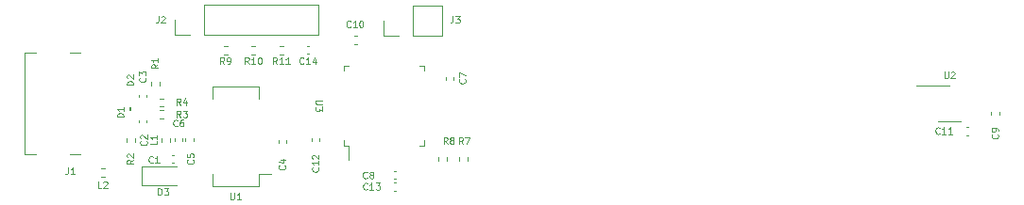
<source format=gbr>
%TF.GenerationSoftware,KiCad,Pcbnew,(6.0.1)*%
%TF.CreationDate,2022-11-23T23:22:51+01:00*%
%TF.ProjectId,usb-magnetometer,7573622d-6d61-4676-9e65-746f6d657465,rev?*%
%TF.SameCoordinates,Original*%
%TF.FileFunction,Legend,Top*%
%TF.FilePolarity,Positive*%
%FSLAX46Y46*%
G04 Gerber Fmt 4.6, Leading zero omitted, Abs format (unit mm)*
G04 Created by KiCad (PCBNEW (6.0.1)) date 2022-11-23 23:22:51*
%MOMM*%
%LPD*%
G01*
G04 APERTURE LIST*
%ADD10C,0.100000*%
%ADD11C,0.120000*%
G04 APERTURE END LIST*
D10*
%TO.C,C7*%
X86974285Y-140950000D02*
X87002857Y-140978571D01*
X87031428Y-141064285D01*
X87031428Y-141121428D01*
X87002857Y-141207142D01*
X86945714Y-141264285D01*
X86888571Y-141292857D01*
X86774285Y-141321428D01*
X86688571Y-141321428D01*
X86574285Y-141292857D01*
X86517142Y-141264285D01*
X86460000Y-141207142D01*
X86431428Y-141121428D01*
X86431428Y-141064285D01*
X86460000Y-140978571D01*
X86488571Y-140950000D01*
X86431428Y-140750000D02*
X86431428Y-140350000D01*
X87031428Y-140607142D01*
%TO.C,R8*%
X85400000Y-146771428D02*
X85200000Y-146485714D01*
X85057142Y-146771428D02*
X85057142Y-146171428D01*
X85285714Y-146171428D01*
X85342857Y-146200000D01*
X85371428Y-146228571D01*
X85400000Y-146285714D01*
X85400000Y-146371428D01*
X85371428Y-146428571D01*
X85342857Y-146457142D01*
X85285714Y-146485714D01*
X85057142Y-146485714D01*
X85742857Y-146428571D02*
X85685714Y-146400000D01*
X85657142Y-146371428D01*
X85628571Y-146314285D01*
X85628571Y-146285714D01*
X85657142Y-146228571D01*
X85685714Y-146200000D01*
X85742857Y-146171428D01*
X85857142Y-146171428D01*
X85914285Y-146200000D01*
X85942857Y-146228571D01*
X85971428Y-146285714D01*
X85971428Y-146314285D01*
X85942857Y-146371428D01*
X85914285Y-146400000D01*
X85857142Y-146428571D01*
X85742857Y-146428571D01*
X85685714Y-146457142D01*
X85657142Y-146485714D01*
X85628571Y-146542857D01*
X85628571Y-146657142D01*
X85657142Y-146714285D01*
X85685714Y-146742857D01*
X85742857Y-146771428D01*
X85857142Y-146771428D01*
X85914285Y-146742857D01*
X85942857Y-146714285D01*
X85971428Y-146657142D01*
X85971428Y-146542857D01*
X85942857Y-146485714D01*
X85914285Y-146457142D01*
X85857142Y-146428571D01*
%TO.C,D2*%
X57271428Y-141442857D02*
X56671428Y-141442857D01*
X56671428Y-141300000D01*
X56700000Y-141214285D01*
X56757142Y-141157142D01*
X56814285Y-141128571D01*
X56928571Y-141100000D01*
X57014285Y-141100000D01*
X57128571Y-141128571D01*
X57185714Y-141157142D01*
X57242857Y-141214285D01*
X57271428Y-141300000D01*
X57271428Y-141442857D01*
X56728571Y-140871428D02*
X56700000Y-140842857D01*
X56671428Y-140785714D01*
X56671428Y-140642857D01*
X56700000Y-140585714D01*
X56728571Y-140557142D01*
X56785714Y-140528571D01*
X56842857Y-140528571D01*
X56928571Y-140557142D01*
X57271428Y-140900000D01*
X57271428Y-140528571D01*
%TO.C,R3*%
X61500000Y-144371428D02*
X61300000Y-144085714D01*
X61157142Y-144371428D02*
X61157142Y-143771428D01*
X61385714Y-143771428D01*
X61442857Y-143800000D01*
X61471428Y-143828571D01*
X61500000Y-143885714D01*
X61500000Y-143971428D01*
X61471428Y-144028571D01*
X61442857Y-144057142D01*
X61385714Y-144085714D01*
X61157142Y-144085714D01*
X61700000Y-143771428D02*
X62071428Y-143771428D01*
X61871428Y-144000000D01*
X61957142Y-144000000D01*
X62014285Y-144028571D01*
X62042857Y-144057142D01*
X62071428Y-144114285D01*
X62071428Y-144257142D01*
X62042857Y-144314285D01*
X62014285Y-144342857D01*
X61957142Y-144371428D01*
X61785714Y-144371428D01*
X61728571Y-144342857D01*
X61700000Y-144314285D01*
%TO.C,U3*%
X74178571Y-142842857D02*
X73692857Y-142842857D01*
X73635714Y-142871428D01*
X73607142Y-142900000D01*
X73578571Y-142957142D01*
X73578571Y-143071428D01*
X73607142Y-143128571D01*
X73635714Y-143157142D01*
X73692857Y-143185714D01*
X74178571Y-143185714D01*
X74178571Y-143414285D02*
X74178571Y-143785714D01*
X73950000Y-143585714D01*
X73950000Y-143671428D01*
X73921428Y-143728571D01*
X73892857Y-143757142D01*
X73835714Y-143785714D01*
X73692857Y-143785714D01*
X73635714Y-143757142D01*
X73607142Y-143728571D01*
X73578571Y-143671428D01*
X73578571Y-143500000D01*
X73607142Y-143442857D01*
X73635714Y-143414285D01*
%TO.C,C3*%
X58314285Y-140800000D02*
X58342857Y-140828571D01*
X58371428Y-140914285D01*
X58371428Y-140971428D01*
X58342857Y-141057142D01*
X58285714Y-141114285D01*
X58228571Y-141142857D01*
X58114285Y-141171428D01*
X58028571Y-141171428D01*
X57914285Y-141142857D01*
X57857142Y-141114285D01*
X57800000Y-141057142D01*
X57771428Y-140971428D01*
X57771428Y-140914285D01*
X57800000Y-140828571D01*
X57828571Y-140800000D01*
X57771428Y-140600000D02*
X57771428Y-140228571D01*
X58000000Y-140428571D01*
X58000000Y-140342857D01*
X58028571Y-140285714D01*
X58057142Y-140257142D01*
X58114285Y-140228571D01*
X58257142Y-140228571D01*
X58314285Y-140257142D01*
X58342857Y-140285714D01*
X58371428Y-140342857D01*
X58371428Y-140514285D01*
X58342857Y-140571428D01*
X58314285Y-140600000D01*
%TO.C,R2*%
X57271428Y-148200000D02*
X56985714Y-148400000D01*
X57271428Y-148542857D02*
X56671428Y-148542857D01*
X56671428Y-148314285D01*
X56700000Y-148257142D01*
X56728571Y-148228571D01*
X56785714Y-148200000D01*
X56871428Y-148200000D01*
X56928571Y-148228571D01*
X56957142Y-148257142D01*
X56985714Y-148314285D01*
X56985714Y-148542857D01*
X56728571Y-147971428D02*
X56700000Y-147942857D01*
X56671428Y-147885714D01*
X56671428Y-147742857D01*
X56700000Y-147685714D01*
X56728571Y-147657142D01*
X56785714Y-147628571D01*
X56842857Y-147628571D01*
X56928571Y-147657142D01*
X57271428Y-148000000D01*
X57271428Y-147628571D01*
%TO.C,C5*%
X62614285Y-148200000D02*
X62642857Y-148228571D01*
X62671428Y-148314285D01*
X62671428Y-148371428D01*
X62642857Y-148457142D01*
X62585714Y-148514285D01*
X62528571Y-148542857D01*
X62414285Y-148571428D01*
X62328571Y-148571428D01*
X62214285Y-148542857D01*
X62157142Y-148514285D01*
X62100000Y-148457142D01*
X62071428Y-148371428D01*
X62071428Y-148314285D01*
X62100000Y-148228571D01*
X62128571Y-148200000D01*
X62071428Y-147657142D02*
X62071428Y-147942857D01*
X62357142Y-147971428D01*
X62328571Y-147942857D01*
X62300000Y-147885714D01*
X62300000Y-147742857D01*
X62328571Y-147685714D01*
X62357142Y-147657142D01*
X62414285Y-147628571D01*
X62557142Y-147628571D01*
X62614285Y-147657142D01*
X62642857Y-147685714D01*
X62671428Y-147742857D01*
X62671428Y-147885714D01*
X62642857Y-147942857D01*
X62614285Y-147971428D01*
%TO.C,D3*%
X59457142Y-151371428D02*
X59457142Y-150771428D01*
X59600000Y-150771428D01*
X59685714Y-150800000D01*
X59742857Y-150857142D01*
X59771428Y-150914285D01*
X59800000Y-151028571D01*
X59800000Y-151114285D01*
X59771428Y-151228571D01*
X59742857Y-151285714D01*
X59685714Y-151342857D01*
X59600000Y-151371428D01*
X59457142Y-151371428D01*
X60000000Y-150771428D02*
X60371428Y-150771428D01*
X60171428Y-151000000D01*
X60257142Y-151000000D01*
X60314285Y-151028571D01*
X60342857Y-151057142D01*
X60371428Y-151114285D01*
X60371428Y-151257142D01*
X60342857Y-151314285D01*
X60314285Y-151342857D01*
X60257142Y-151371428D01*
X60085714Y-151371428D01*
X60028571Y-151342857D01*
X60000000Y-151314285D01*
%TO.C,R7*%
X86800000Y-146771428D02*
X86600000Y-146485714D01*
X86457142Y-146771428D02*
X86457142Y-146171428D01*
X86685714Y-146171428D01*
X86742857Y-146200000D01*
X86771428Y-146228571D01*
X86800000Y-146285714D01*
X86800000Y-146371428D01*
X86771428Y-146428571D01*
X86742857Y-146457142D01*
X86685714Y-146485714D01*
X86457142Y-146485714D01*
X87000000Y-146171428D02*
X87400000Y-146171428D01*
X87142857Y-146771428D01*
%TO.C,J1*%
X51400000Y-148871428D02*
X51400000Y-149300000D01*
X51371428Y-149385714D01*
X51314285Y-149442857D01*
X51228571Y-149471428D01*
X51171428Y-149471428D01*
X52000000Y-149471428D02*
X51657142Y-149471428D01*
X51828571Y-149471428D02*
X51828571Y-148871428D01*
X51771428Y-148957142D01*
X51714285Y-149014285D01*
X51657142Y-149042857D01*
%TO.C,C8*%
X78200000Y-149814285D02*
X78171428Y-149842857D01*
X78085714Y-149871428D01*
X78028571Y-149871428D01*
X77942857Y-149842857D01*
X77885714Y-149785714D01*
X77857142Y-149728571D01*
X77828571Y-149614285D01*
X77828571Y-149528571D01*
X77857142Y-149414285D01*
X77885714Y-149357142D01*
X77942857Y-149300000D01*
X78028571Y-149271428D01*
X78085714Y-149271428D01*
X78171428Y-149300000D01*
X78200000Y-149328571D01*
X78542857Y-149528571D02*
X78485714Y-149500000D01*
X78457142Y-149471428D01*
X78428571Y-149414285D01*
X78428571Y-149385714D01*
X78457142Y-149328571D01*
X78485714Y-149300000D01*
X78542857Y-149271428D01*
X78657142Y-149271428D01*
X78714285Y-149300000D01*
X78742857Y-149328571D01*
X78771428Y-149385714D01*
X78771428Y-149414285D01*
X78742857Y-149471428D01*
X78714285Y-149500000D01*
X78657142Y-149528571D01*
X78542857Y-149528571D01*
X78485714Y-149557142D01*
X78457142Y-149585714D01*
X78428571Y-149642857D01*
X78428571Y-149757142D01*
X78457142Y-149814285D01*
X78485714Y-149842857D01*
X78542857Y-149871428D01*
X78657142Y-149871428D01*
X78714285Y-149842857D01*
X78742857Y-149814285D01*
X78771428Y-149757142D01*
X78771428Y-149642857D01*
X78742857Y-149585714D01*
X78714285Y-149557142D01*
X78657142Y-149528571D01*
%TO.C,C12*%
X73814285Y-148885714D02*
X73842857Y-148914285D01*
X73871428Y-149000000D01*
X73871428Y-149057142D01*
X73842857Y-149142857D01*
X73785714Y-149200000D01*
X73728571Y-149228571D01*
X73614285Y-149257142D01*
X73528571Y-149257142D01*
X73414285Y-149228571D01*
X73357142Y-149200000D01*
X73300000Y-149142857D01*
X73271428Y-149057142D01*
X73271428Y-149000000D01*
X73300000Y-148914285D01*
X73328571Y-148885714D01*
X73871428Y-148314285D02*
X73871428Y-148657142D01*
X73871428Y-148485714D02*
X73271428Y-148485714D01*
X73357142Y-148542857D01*
X73414285Y-148600000D01*
X73442857Y-148657142D01*
X73328571Y-148085714D02*
X73300000Y-148057142D01*
X73271428Y-148000000D01*
X73271428Y-147857142D01*
X73300000Y-147800000D01*
X73328571Y-147771428D01*
X73385714Y-147742857D01*
X73442857Y-147742857D01*
X73528571Y-147771428D01*
X73871428Y-148114285D01*
X73871428Y-147742857D01*
%TO.C,L2*%
X54400000Y-150741428D02*
X54114285Y-150741428D01*
X54114285Y-150141428D01*
X54571428Y-150198571D02*
X54600000Y-150170000D01*
X54657142Y-150141428D01*
X54800000Y-150141428D01*
X54857142Y-150170000D01*
X54885714Y-150198571D01*
X54914285Y-150255714D01*
X54914285Y-150312857D01*
X54885714Y-150398571D01*
X54542857Y-150741428D01*
X54914285Y-150741428D01*
%TO.C,R9*%
X65400000Y-139571428D02*
X65200000Y-139285714D01*
X65057142Y-139571428D02*
X65057142Y-138971428D01*
X65285714Y-138971428D01*
X65342857Y-139000000D01*
X65371428Y-139028571D01*
X65400000Y-139085714D01*
X65400000Y-139171428D01*
X65371428Y-139228571D01*
X65342857Y-139257142D01*
X65285714Y-139285714D01*
X65057142Y-139285714D01*
X65685714Y-139571428D02*
X65800000Y-139571428D01*
X65857142Y-139542857D01*
X65885714Y-139514285D01*
X65942857Y-139428571D01*
X65971428Y-139314285D01*
X65971428Y-139085714D01*
X65942857Y-139028571D01*
X65914285Y-139000000D01*
X65857142Y-138971428D01*
X65742857Y-138971428D01*
X65685714Y-139000000D01*
X65657142Y-139028571D01*
X65628571Y-139085714D01*
X65628571Y-139228571D01*
X65657142Y-139285714D01*
X65685714Y-139314285D01*
X65742857Y-139342857D01*
X65857142Y-139342857D01*
X65914285Y-139314285D01*
X65942857Y-139285714D01*
X65971428Y-139228571D01*
%TO.C,R10*%
X67614285Y-139571428D02*
X67414285Y-139285714D01*
X67271428Y-139571428D02*
X67271428Y-138971428D01*
X67500000Y-138971428D01*
X67557142Y-139000000D01*
X67585714Y-139028571D01*
X67614285Y-139085714D01*
X67614285Y-139171428D01*
X67585714Y-139228571D01*
X67557142Y-139257142D01*
X67500000Y-139285714D01*
X67271428Y-139285714D01*
X68185714Y-139571428D02*
X67842857Y-139571428D01*
X68014285Y-139571428D02*
X68014285Y-138971428D01*
X67957142Y-139057142D01*
X67900000Y-139114285D01*
X67842857Y-139142857D01*
X68557142Y-138971428D02*
X68614285Y-138971428D01*
X68671428Y-139000000D01*
X68700000Y-139028571D01*
X68728571Y-139085714D01*
X68757142Y-139200000D01*
X68757142Y-139342857D01*
X68728571Y-139457142D01*
X68700000Y-139514285D01*
X68671428Y-139542857D01*
X68614285Y-139571428D01*
X68557142Y-139571428D01*
X68500000Y-139542857D01*
X68471428Y-139514285D01*
X68442857Y-139457142D01*
X68414285Y-139342857D01*
X68414285Y-139200000D01*
X68442857Y-139085714D01*
X68471428Y-139028571D01*
X68500000Y-139000000D01*
X68557142Y-138971428D01*
%TO.C,C4*%
X70814285Y-148700000D02*
X70842857Y-148728571D01*
X70871428Y-148814285D01*
X70871428Y-148871428D01*
X70842857Y-148957142D01*
X70785714Y-149014285D01*
X70728571Y-149042857D01*
X70614285Y-149071428D01*
X70528571Y-149071428D01*
X70414285Y-149042857D01*
X70357142Y-149014285D01*
X70300000Y-148957142D01*
X70271428Y-148871428D01*
X70271428Y-148814285D01*
X70300000Y-148728571D01*
X70328571Y-148700000D01*
X70471428Y-148185714D02*
X70871428Y-148185714D01*
X70242857Y-148328571D02*
X70671428Y-148471428D01*
X70671428Y-148100000D01*
%TO.C,C10*%
X76714285Y-136214285D02*
X76685714Y-136242857D01*
X76600000Y-136271428D01*
X76542857Y-136271428D01*
X76457142Y-136242857D01*
X76400000Y-136185714D01*
X76371428Y-136128571D01*
X76342857Y-136014285D01*
X76342857Y-135928571D01*
X76371428Y-135814285D01*
X76400000Y-135757142D01*
X76457142Y-135700000D01*
X76542857Y-135671428D01*
X76600000Y-135671428D01*
X76685714Y-135700000D01*
X76714285Y-135728571D01*
X77285714Y-136271428D02*
X76942857Y-136271428D01*
X77114285Y-136271428D02*
X77114285Y-135671428D01*
X77057142Y-135757142D01*
X77000000Y-135814285D01*
X76942857Y-135842857D01*
X77657142Y-135671428D02*
X77714285Y-135671428D01*
X77771428Y-135700000D01*
X77800000Y-135728571D01*
X77828571Y-135785714D01*
X77857142Y-135900000D01*
X77857142Y-136042857D01*
X77828571Y-136157142D01*
X77800000Y-136214285D01*
X77771428Y-136242857D01*
X77714285Y-136271428D01*
X77657142Y-136271428D01*
X77600000Y-136242857D01*
X77571428Y-136214285D01*
X77542857Y-136157142D01*
X77514285Y-136042857D01*
X77514285Y-135900000D01*
X77542857Y-135785714D01*
X77571428Y-135728571D01*
X77600000Y-135700000D01*
X77657142Y-135671428D01*
%TO.C,U2*%
X129942857Y-140271428D02*
X129942857Y-140757142D01*
X129971428Y-140814285D01*
X130000000Y-140842857D01*
X130057142Y-140871428D01*
X130171428Y-140871428D01*
X130228571Y-140842857D01*
X130257142Y-140814285D01*
X130285714Y-140757142D01*
X130285714Y-140271428D01*
X130542857Y-140328571D02*
X130571428Y-140300000D01*
X130628571Y-140271428D01*
X130771428Y-140271428D01*
X130828571Y-140300000D01*
X130857142Y-140328571D01*
X130885714Y-140385714D01*
X130885714Y-140442857D01*
X130857142Y-140528571D01*
X130514285Y-140871428D01*
X130885714Y-140871428D01*
%TO.C,C11*%
X129514285Y-145814285D02*
X129485714Y-145842857D01*
X129400000Y-145871428D01*
X129342857Y-145871428D01*
X129257142Y-145842857D01*
X129200000Y-145785714D01*
X129171428Y-145728571D01*
X129142857Y-145614285D01*
X129142857Y-145528571D01*
X129171428Y-145414285D01*
X129200000Y-145357142D01*
X129257142Y-145300000D01*
X129342857Y-145271428D01*
X129400000Y-145271428D01*
X129485714Y-145300000D01*
X129514285Y-145328571D01*
X130085714Y-145871428D02*
X129742857Y-145871428D01*
X129914285Y-145871428D02*
X129914285Y-145271428D01*
X129857142Y-145357142D01*
X129800000Y-145414285D01*
X129742857Y-145442857D01*
X130657142Y-145871428D02*
X130314285Y-145871428D01*
X130485714Y-145871428D02*
X130485714Y-145271428D01*
X130428571Y-145357142D01*
X130371428Y-145414285D01*
X130314285Y-145442857D01*
%TO.C,D1*%
X56371428Y-144342857D02*
X55771428Y-144342857D01*
X55771428Y-144200000D01*
X55800000Y-144114285D01*
X55857142Y-144057142D01*
X55914285Y-144028571D01*
X56028571Y-144000000D01*
X56114285Y-144000000D01*
X56228571Y-144028571D01*
X56285714Y-144057142D01*
X56342857Y-144114285D01*
X56371428Y-144200000D01*
X56371428Y-144342857D01*
X56371428Y-143428571D02*
X56371428Y-143771428D01*
X56371428Y-143600000D02*
X55771428Y-143600000D01*
X55857142Y-143657142D01*
X55914285Y-143714285D01*
X55942857Y-143771428D01*
%TO.C,U1*%
X65942857Y-151171428D02*
X65942857Y-151657142D01*
X65971428Y-151714285D01*
X66000000Y-151742857D01*
X66057142Y-151771428D01*
X66171428Y-151771428D01*
X66228571Y-151742857D01*
X66257142Y-151714285D01*
X66285714Y-151657142D01*
X66285714Y-151171428D01*
X66885714Y-151771428D02*
X66542857Y-151771428D01*
X66714285Y-151771428D02*
X66714285Y-151171428D01*
X66657142Y-151257142D01*
X66600000Y-151314285D01*
X66542857Y-151342857D01*
%TO.C,C6*%
X61200000Y-145114285D02*
X61171428Y-145142857D01*
X61085714Y-145171428D01*
X61028571Y-145171428D01*
X60942857Y-145142857D01*
X60885714Y-145085714D01*
X60857142Y-145028571D01*
X60828571Y-144914285D01*
X60828571Y-144828571D01*
X60857142Y-144714285D01*
X60885714Y-144657142D01*
X60942857Y-144600000D01*
X61028571Y-144571428D01*
X61085714Y-144571428D01*
X61171428Y-144600000D01*
X61200000Y-144628571D01*
X61714285Y-144571428D02*
X61600000Y-144571428D01*
X61542857Y-144600000D01*
X61514285Y-144628571D01*
X61457142Y-144714285D01*
X61428571Y-144828571D01*
X61428571Y-145057142D01*
X61457142Y-145114285D01*
X61485714Y-145142857D01*
X61542857Y-145171428D01*
X61657142Y-145171428D01*
X61714285Y-145142857D01*
X61742857Y-145114285D01*
X61771428Y-145057142D01*
X61771428Y-144914285D01*
X61742857Y-144857142D01*
X61714285Y-144828571D01*
X61657142Y-144800000D01*
X61542857Y-144800000D01*
X61485714Y-144828571D01*
X61457142Y-144857142D01*
X61428571Y-144914285D01*
%TO.C,R1*%
X59471428Y-139600000D02*
X59185714Y-139800000D01*
X59471428Y-139942857D02*
X58871428Y-139942857D01*
X58871428Y-139714285D01*
X58900000Y-139657142D01*
X58928571Y-139628571D01*
X58985714Y-139600000D01*
X59071428Y-139600000D01*
X59128571Y-139628571D01*
X59157142Y-139657142D01*
X59185714Y-139714285D01*
X59185714Y-139942857D01*
X59471428Y-139028571D02*
X59471428Y-139371428D01*
X59471428Y-139200000D02*
X58871428Y-139200000D01*
X58957142Y-139257142D01*
X59014285Y-139314285D01*
X59042857Y-139371428D01*
%TO.C,C14*%
X72514285Y-139514285D02*
X72485714Y-139542857D01*
X72400000Y-139571428D01*
X72342857Y-139571428D01*
X72257142Y-139542857D01*
X72200000Y-139485714D01*
X72171428Y-139428571D01*
X72142857Y-139314285D01*
X72142857Y-139228571D01*
X72171428Y-139114285D01*
X72200000Y-139057142D01*
X72257142Y-139000000D01*
X72342857Y-138971428D01*
X72400000Y-138971428D01*
X72485714Y-139000000D01*
X72514285Y-139028571D01*
X73085714Y-139571428D02*
X72742857Y-139571428D01*
X72914285Y-139571428D02*
X72914285Y-138971428D01*
X72857142Y-139057142D01*
X72800000Y-139114285D01*
X72742857Y-139142857D01*
X73600000Y-139171428D02*
X73600000Y-139571428D01*
X73457142Y-138942857D02*
X73314285Y-139371428D01*
X73685714Y-139371428D01*
%TO.C,J2*%
X59500000Y-135271428D02*
X59500000Y-135700000D01*
X59471428Y-135785714D01*
X59414285Y-135842857D01*
X59328571Y-135871428D01*
X59271428Y-135871428D01*
X59757142Y-135328571D02*
X59785714Y-135300000D01*
X59842857Y-135271428D01*
X59985714Y-135271428D01*
X60042857Y-135300000D01*
X60071428Y-135328571D01*
X60100000Y-135385714D01*
X60100000Y-135442857D01*
X60071428Y-135528571D01*
X59728571Y-135871428D01*
X60100000Y-135871428D01*
%TO.C,R11*%
X70114285Y-139571428D02*
X69914285Y-139285714D01*
X69771428Y-139571428D02*
X69771428Y-138971428D01*
X70000000Y-138971428D01*
X70057142Y-139000000D01*
X70085714Y-139028571D01*
X70114285Y-139085714D01*
X70114285Y-139171428D01*
X70085714Y-139228571D01*
X70057142Y-139257142D01*
X70000000Y-139285714D01*
X69771428Y-139285714D01*
X70685714Y-139571428D02*
X70342857Y-139571428D01*
X70514285Y-139571428D02*
X70514285Y-138971428D01*
X70457142Y-139057142D01*
X70400000Y-139114285D01*
X70342857Y-139142857D01*
X71257142Y-139571428D02*
X70914285Y-139571428D01*
X71085714Y-139571428D02*
X71085714Y-138971428D01*
X71028571Y-139057142D01*
X70971428Y-139114285D01*
X70914285Y-139142857D01*
%TO.C,C13*%
X78214285Y-150814285D02*
X78185714Y-150842857D01*
X78100000Y-150871428D01*
X78042857Y-150871428D01*
X77957142Y-150842857D01*
X77900000Y-150785714D01*
X77871428Y-150728571D01*
X77842857Y-150614285D01*
X77842857Y-150528571D01*
X77871428Y-150414285D01*
X77900000Y-150357142D01*
X77957142Y-150300000D01*
X78042857Y-150271428D01*
X78100000Y-150271428D01*
X78185714Y-150300000D01*
X78214285Y-150328571D01*
X78785714Y-150871428D02*
X78442857Y-150871428D01*
X78614285Y-150871428D02*
X78614285Y-150271428D01*
X78557142Y-150357142D01*
X78500000Y-150414285D01*
X78442857Y-150442857D01*
X78985714Y-150271428D02*
X79357142Y-150271428D01*
X79157142Y-150500000D01*
X79242857Y-150500000D01*
X79300000Y-150528571D01*
X79328571Y-150557142D01*
X79357142Y-150614285D01*
X79357142Y-150757142D01*
X79328571Y-150814285D01*
X79300000Y-150842857D01*
X79242857Y-150871428D01*
X79071428Y-150871428D01*
X79014285Y-150842857D01*
X78985714Y-150814285D01*
%TO.C,J3*%
X85900000Y-135271428D02*
X85900000Y-135700000D01*
X85871428Y-135785714D01*
X85814285Y-135842857D01*
X85728571Y-135871428D01*
X85671428Y-135871428D01*
X86128571Y-135271428D02*
X86500000Y-135271428D01*
X86300000Y-135500000D01*
X86385714Y-135500000D01*
X86442857Y-135528571D01*
X86471428Y-135557142D01*
X86500000Y-135614285D01*
X86500000Y-135757142D01*
X86471428Y-135814285D01*
X86442857Y-135842857D01*
X86385714Y-135871428D01*
X86214285Y-135871428D01*
X86157142Y-135842857D01*
X86128571Y-135814285D01*
%TO.C,R4*%
X61500000Y-143271428D02*
X61300000Y-142985714D01*
X61157142Y-143271428D02*
X61157142Y-142671428D01*
X61385714Y-142671428D01*
X61442857Y-142700000D01*
X61471428Y-142728571D01*
X61500000Y-142785714D01*
X61500000Y-142871428D01*
X61471428Y-142928571D01*
X61442857Y-142957142D01*
X61385714Y-142985714D01*
X61157142Y-142985714D01*
X62014285Y-142871428D02*
X62014285Y-143271428D01*
X61871428Y-142642857D02*
X61728571Y-143071428D01*
X62100000Y-143071428D01*
%TO.C,C9*%
X134714285Y-145900000D02*
X134742857Y-145928571D01*
X134771428Y-146014285D01*
X134771428Y-146071428D01*
X134742857Y-146157142D01*
X134685714Y-146214285D01*
X134628571Y-146242857D01*
X134514285Y-146271428D01*
X134428571Y-146271428D01*
X134314285Y-146242857D01*
X134257142Y-146214285D01*
X134200000Y-146157142D01*
X134171428Y-146071428D01*
X134171428Y-146014285D01*
X134200000Y-145928571D01*
X134228571Y-145900000D01*
X134771428Y-145614285D02*
X134771428Y-145500000D01*
X134742857Y-145442857D01*
X134714285Y-145414285D01*
X134628571Y-145357142D01*
X134514285Y-145328571D01*
X134285714Y-145328571D01*
X134228571Y-145357142D01*
X134200000Y-145385714D01*
X134171428Y-145442857D01*
X134171428Y-145557142D01*
X134200000Y-145614285D01*
X134228571Y-145642857D01*
X134285714Y-145671428D01*
X134428571Y-145671428D01*
X134485714Y-145642857D01*
X134514285Y-145614285D01*
X134542857Y-145557142D01*
X134542857Y-145442857D01*
X134514285Y-145385714D01*
X134485714Y-145357142D01*
X134428571Y-145328571D01*
%TO.C,C2*%
X58414285Y-146500000D02*
X58442857Y-146528571D01*
X58471428Y-146614285D01*
X58471428Y-146671428D01*
X58442857Y-146757142D01*
X58385714Y-146814285D01*
X58328571Y-146842857D01*
X58214285Y-146871428D01*
X58128571Y-146871428D01*
X58014285Y-146842857D01*
X57957142Y-146814285D01*
X57900000Y-146757142D01*
X57871428Y-146671428D01*
X57871428Y-146614285D01*
X57900000Y-146528571D01*
X57928571Y-146500000D01*
X57928571Y-146271428D02*
X57900000Y-146242857D01*
X57871428Y-146185714D01*
X57871428Y-146042857D01*
X57900000Y-145985714D01*
X57928571Y-145957142D01*
X57985714Y-145928571D01*
X58042857Y-145928571D01*
X58128571Y-145957142D01*
X58471428Y-146300000D01*
X58471428Y-145928571D01*
%TO.C,L1*%
X59371428Y-146500000D02*
X59371428Y-146785714D01*
X58771428Y-146785714D01*
X59371428Y-145985714D02*
X59371428Y-146328571D01*
X59371428Y-146157142D02*
X58771428Y-146157142D01*
X58857142Y-146214285D01*
X58914285Y-146271428D01*
X58942857Y-146328571D01*
%TO.C,C1*%
X59000000Y-148414285D02*
X58971428Y-148442857D01*
X58885714Y-148471428D01*
X58828571Y-148471428D01*
X58742857Y-148442857D01*
X58685714Y-148385714D01*
X58657142Y-148328571D01*
X58628571Y-148214285D01*
X58628571Y-148128571D01*
X58657142Y-148014285D01*
X58685714Y-147957142D01*
X58742857Y-147900000D01*
X58828571Y-147871428D01*
X58885714Y-147871428D01*
X58971428Y-147900000D01*
X59000000Y-147928571D01*
X59571428Y-148471428D02*
X59228571Y-148471428D01*
X59400000Y-148471428D02*
X59400000Y-147871428D01*
X59342857Y-147957142D01*
X59285714Y-148014285D01*
X59228571Y-148042857D01*
D11*
%TO.C,C7*%
X85960000Y-140734165D02*
X85960000Y-140965835D01*
X85240000Y-140734165D02*
X85240000Y-140965835D01*
D10*
%TO.C,R8*%
X84620000Y-147932379D02*
X84620000Y-148267621D01*
X85380000Y-147932379D02*
X85380000Y-148267621D01*
%TO.C,D2*%
X57100000Y-143700000D02*
G75*
G03*
X57100000Y-143700000I-100000J0D01*
G01*
%TO.C,R3*%
X59632379Y-144480000D02*
X59967621Y-144480000D01*
X59632379Y-143720000D02*
X59967621Y-143720000D01*
%TO.C,U3*%
X83310000Y-146460000D02*
X83310000Y-146910000D01*
X83310000Y-146910000D02*
X82860000Y-146910000D01*
X76090000Y-139690000D02*
X76540000Y-139690000D01*
X76090000Y-146910000D02*
X76540000Y-146910000D01*
X76090000Y-140140000D02*
X76090000Y-139690000D01*
X83310000Y-140140000D02*
X83310000Y-139690000D01*
X83310000Y-139690000D02*
X82860000Y-139690000D01*
X76090000Y-146460000D02*
X76090000Y-146910000D01*
X76540000Y-146910000D02*
X76540000Y-148200000D01*
%TO.C,C3*%
X58460000Y-142548335D02*
X58460000Y-142316665D01*
X57740000Y-142548335D02*
X57740000Y-142316665D01*
%TO.C,R2*%
X57380000Y-146232379D02*
X57380000Y-146567621D01*
X56620000Y-146232379D02*
X56620000Y-146567621D01*
%TO.C,C5*%
X62660000Y-146284165D02*
X62660000Y-146515835D01*
X61940000Y-146284165D02*
X61940000Y-146515835D01*
%TO.C,D3*%
X58000000Y-148750000D02*
X61150000Y-148750000D01*
X58000000Y-150450000D02*
X61150000Y-150450000D01*
X58000000Y-148750000D02*
X58000000Y-150450000D01*
%TO.C,R7*%
X87180000Y-147932379D02*
X87180000Y-148267621D01*
X86420000Y-147932379D02*
X86420000Y-148267621D01*
%TO.C,J1*%
X47540000Y-138520000D02*
X47540000Y-147680000D01*
X52465000Y-147680000D02*
X51610000Y-147680000D01*
X52465000Y-138520000D02*
X51610000Y-138520000D01*
X48490000Y-147680000D02*
X47540000Y-147680000D01*
X48490000Y-138520000D02*
X47540000Y-138520000D01*
%TO.C,C8*%
X80815835Y-149190000D02*
X80584165Y-149190000D01*
X80815835Y-149910000D02*
X80584165Y-149910000D01*
%TO.C,C12*%
X73240000Y-146515835D02*
X73240000Y-146284165D01*
X73960000Y-146515835D02*
X73960000Y-146284165D01*
%TO.C,L2*%
X54667621Y-148920000D02*
X54332379Y-148920000D01*
X54667621Y-149680000D02*
X54332379Y-149680000D01*
%TO.C,R9*%
X65332379Y-137920000D02*
X65667621Y-137920000D01*
X65332379Y-138680000D02*
X65667621Y-138680000D01*
%TO.C,R10*%
X67832379Y-137920000D02*
X68167621Y-137920000D01*
X67832379Y-138680000D02*
X68167621Y-138680000D01*
%TO.C,C4*%
X70240000Y-146683335D02*
X70240000Y-146451665D01*
X70960000Y-146683335D02*
X70960000Y-146451665D01*
%TO.C,C10*%
X77034165Y-137760000D02*
X77265835Y-137760000D01*
X77034165Y-137040000D02*
X77265835Y-137040000D01*
%TO.C,U2*%
X131400000Y-144720000D02*
X129400000Y-144720000D01*
X130400000Y-141480000D02*
X127400000Y-141480000D01*
%TO.C,C11*%
X132115835Y-145960000D02*
X131884165Y-145960000D01*
X132115835Y-145240000D02*
X131884165Y-145240000D01*
%TO.C,D1*%
X57100000Y-143532500D02*
G75*
G03*
X57100000Y-143532500I-100000J0D01*
G01*
%TO.C,U1*%
X68475000Y-141625000D02*
X64325000Y-141625000D01*
X64325000Y-141625000D02*
X64325000Y-142735000D01*
X68475000Y-149465000D02*
X69600000Y-149465000D01*
X68475000Y-149465000D02*
X68475000Y-150575000D01*
X68475000Y-150575000D02*
X64325000Y-150575000D01*
X64325000Y-150575000D02*
X64325000Y-149465000D01*
X68475000Y-141625000D02*
X68475000Y-142735000D01*
%TO.C,C6*%
X60940000Y-146284165D02*
X60940000Y-146515835D01*
X61660000Y-146284165D02*
X61660000Y-146515835D01*
%TO.C,R1*%
X59580000Y-141467621D02*
X59580000Y-141132379D01*
X58820000Y-141467621D02*
X58820000Y-141132379D01*
%TO.C,C14*%
X72784165Y-138660000D02*
X73015835Y-138660000D01*
X72784165Y-137940000D02*
X73015835Y-137940000D01*
%TO.C,J2*%
X63595000Y-134270000D02*
X73815000Y-134270000D01*
X60995000Y-136930000D02*
X60995000Y-135600000D01*
X62325000Y-136930000D02*
X60995000Y-136930000D01*
X73815000Y-136930000D02*
X73815000Y-134270000D01*
X63595000Y-136930000D02*
X73815000Y-136930000D01*
X63595000Y-136930000D02*
X63595000Y-134270000D01*
%TO.C,R11*%
X70332379Y-137920000D02*
X70667621Y-137920000D01*
X70332379Y-138680000D02*
X70667621Y-138680000D01*
%TO.C,C13*%
X80815835Y-150240000D02*
X80584165Y-150240000D01*
X80815835Y-150960000D02*
X80584165Y-150960000D01*
%TO.C,J3*%
X82295000Y-134320000D02*
X84895000Y-134320000D01*
X82295000Y-136980000D02*
X82295000Y-134320000D01*
X84895000Y-136980000D02*
X84895000Y-134320000D01*
X82295000Y-136980000D02*
X84895000Y-136980000D01*
X81025000Y-136980000D02*
X79695000Y-136980000D01*
X79695000Y-136980000D02*
X79695000Y-135650000D01*
%TO.C,R4*%
X59632379Y-143412500D02*
X59967621Y-143412500D01*
X59632379Y-142652500D02*
X59967621Y-142652500D01*
%TO.C,C9*%
X134140000Y-144115835D02*
X134140000Y-143884165D01*
X134860000Y-144115835D02*
X134860000Y-143884165D01*
%TO.C,C2*%
X57740000Y-144616665D02*
X57740000Y-144848335D01*
X58460000Y-144616665D02*
X58460000Y-144848335D01*
%TO.C,L1*%
X60580000Y-146567621D02*
X60580000Y-146232379D01*
X59820000Y-146567621D02*
X59820000Y-146232379D01*
%TO.C,C1*%
X60684165Y-148460000D02*
X60915835Y-148460000D01*
X60684165Y-147740000D02*
X60915835Y-147740000D01*
%TD*%
M02*

</source>
